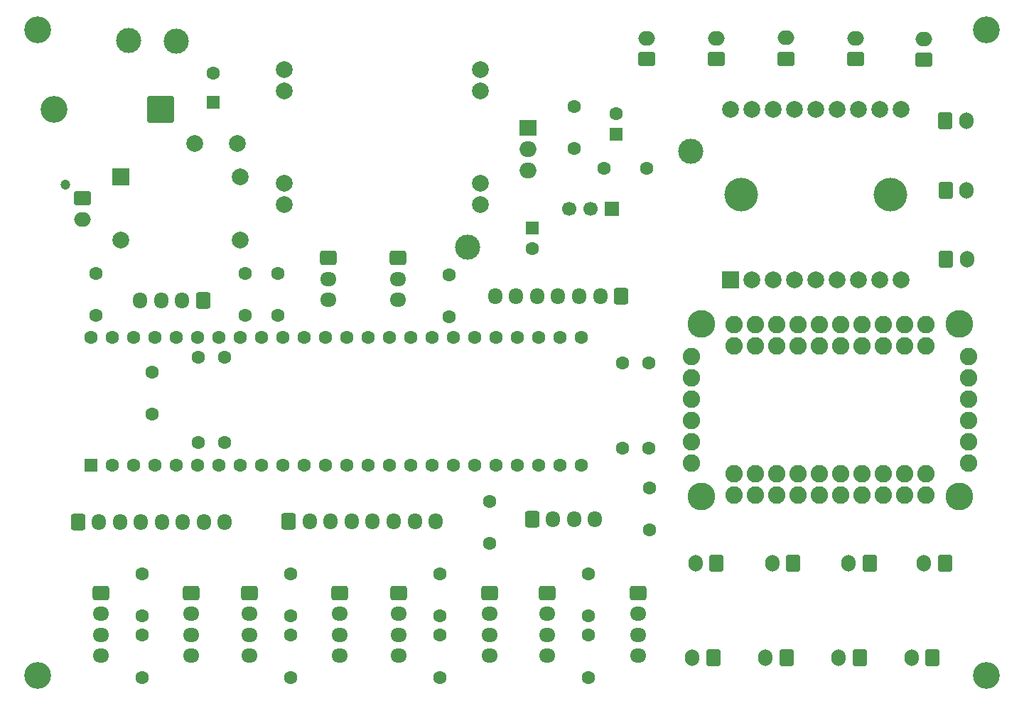
<source format=gbr>
%TF.GenerationSoftware,KiCad,Pcbnew,9.0.6*%
%TF.CreationDate,2026-01-04T18:25:18-08:00*%
%TF.ProjectId,2025_Animation_Controller,32303235-5f41-46e6-996d-6174696f6e5f,rev?*%
%TF.SameCoordinates,Original*%
%TF.FileFunction,Soldermask,Top*%
%TF.FilePolarity,Negative*%
%FSLAX46Y46*%
G04 Gerber Fmt 4.6, Leading zero omitted, Abs format (unit mm)*
G04 Created by KiCad (PCBNEW 9.0.6) date 2026-01-04 18:25:18*
%MOMM*%
%LPD*%
G01*
G04 APERTURE LIST*
G04 Aperture macros list*
%AMRoundRect*
0 Rectangle with rounded corners*
0 $1 Rounding radius*
0 $2 $3 $4 $5 $6 $7 $8 $9 X,Y pos of 4 corners*
0 Add a 4 corners polygon primitive as box body*
4,1,4,$2,$3,$4,$5,$6,$7,$8,$9,$2,$3,0*
0 Add four circle primitives for the rounded corners*
1,1,$1+$1,$2,$3*
1,1,$1+$1,$4,$5*
1,1,$1+$1,$6,$7*
1,1,$1+$1,$8,$9*
0 Add four rect primitives between the rounded corners*
20,1,$1+$1,$2,$3,$4,$5,0*
20,1,$1+$1,$4,$5,$6,$7,0*
20,1,$1+$1,$6,$7,$8,$9,0*
20,1,$1+$1,$8,$9,$2,$3,0*%
G04 Aperture macros list end*
%ADD10C,4.000000*%
%ADD11R,2.000000X2.000000*%
%ADD12C,2.000000*%
%ADD13C,3.000000*%
%ADD14RoundRect,0.250000X0.750000X-0.600000X0.750000X0.600000X-0.750000X0.600000X-0.750000X-0.600000X0*%
%ADD15O,2.000000X1.700000*%
%ADD16RoundRect,0.250000X0.600000X0.750000X-0.600000X0.750000X-0.600000X-0.750000X0.600000X-0.750000X0*%
%ADD17O,1.700000X2.000000*%
%ADD18RoundRect,0.250000X-0.725000X0.600000X-0.725000X-0.600000X0.725000X-0.600000X0.725000X0.600000X0*%
%ADD19O,1.950000X1.700000*%
%ADD20C,3.200000*%
%ADD21RoundRect,0.250000X0.550000X-0.550000X0.550000X0.550000X-0.550000X0.550000X-0.550000X-0.550000X0*%
%ADD22C,1.600000*%
%ADD23RoundRect,0.250000X0.600000X0.725000X-0.600000X0.725000X-0.600000X-0.725000X0.600000X-0.725000X0*%
%ADD24O,1.700000X1.950000*%
%ADD25R,2.000000X1.905000*%
%ADD26O,2.000000X1.905000*%
%ADD27RoundRect,0.250000X-0.600000X-0.750000X0.600000X-0.750000X0.600000X0.750000X-0.600000X0.750000X0*%
%ADD28RoundRect,0.250000X-0.550000X0.550000X-0.550000X-0.550000X0.550000X-0.550000X0.550000X0.550000X0*%
%ADD29C,1.200000*%
%ADD30RoundRect,0.250000X-0.750000X0.600000X-0.750000X-0.600000X0.750000X-0.600000X0.750000X0.600000X0*%
%ADD31RoundRect,0.250000X-0.600000X-0.725000X0.600000X-0.725000X0.600000X0.725000X-0.600000X0.725000X0*%
%ADD32R,1.600000X1.600000*%
%ADD33RoundRect,0.250000X1.350000X1.350000X-1.350000X1.350000X-1.350000X-1.350000X1.350000X-1.350000X0*%
%ADD34R,1.700000X1.700000*%
%ADD35C,1.700000*%
%ADD36C,3.302000*%
%ADD37C,2.082800*%
G04 APERTURE END LIST*
D10*
%TO.C,U1*%
X180720000Y-61600000D03*
X198500000Y-61600000D03*
D11*
X179450000Y-71760000D03*
D12*
X181990000Y-71760000D03*
X184530000Y-71760000D03*
X187070000Y-71760000D03*
X189610000Y-71760000D03*
X192150000Y-71760000D03*
X194690000Y-71760000D03*
X197230000Y-71760000D03*
X199770000Y-71760000D03*
X199770000Y-51440000D03*
X197230000Y-51440000D03*
X194690000Y-51440000D03*
X192150000Y-51440000D03*
X189610000Y-51440000D03*
X187070000Y-51440000D03*
X184530000Y-51440000D03*
X181990000Y-51440000D03*
X179450000Y-51440000D03*
%TD*%
%TO.C,U3*%
X126300000Y-46700000D03*
X126300000Y-49240000D03*
X126300000Y-60232000D03*
X126300000Y-62772000D03*
X149668000Y-62772000D03*
X149668000Y-60232000D03*
X149668000Y-49240000D03*
X149668000Y-46700000D03*
%TD*%
D13*
%TO.C,TP4*%
X174700000Y-56400000D03*
%TD*%
D14*
%TO.C,J5*%
X194375000Y-45400000D03*
D15*
X194375000Y-42900000D03*
%TD*%
D16*
%TO.C,J15*%
X194800000Y-116800000D03*
D17*
X192300000Y-116800000D03*
%TD*%
D18*
%TO.C,J28*%
X157600000Y-109050000D03*
D19*
X157600000Y-111550000D03*
X157600000Y-114050000D03*
X157600000Y-116550000D03*
%TD*%
D20*
%TO.C,H2*%
X209900000Y-41920000D03*
%TD*%
D21*
%TO.C,C16*%
X165800000Y-54396369D03*
D22*
X165800000Y-51896369D03*
%TD*%
%TO.C,C7*%
X109300000Y-114100000D03*
X109300000Y-119100000D03*
%TD*%
D14*
%TO.C,J3*%
X177775000Y-45400000D03*
D15*
X177775000Y-42900000D03*
%TD*%
D23*
%TO.C,J21*%
X166400000Y-73700000D03*
D24*
X163900000Y-73700000D03*
X161400000Y-73700000D03*
X158900000Y-73700000D03*
X156400000Y-73700000D03*
X153900000Y-73700000D03*
X151400000Y-73700000D03*
%TD*%
D11*
%TO.C,D3*%
X106792500Y-59450000D03*
D12*
X106792500Y-66950000D03*
X121042500Y-66950000D03*
X121042500Y-59450000D03*
%TD*%
D16*
%TO.C,J10*%
X177750000Y-105500000D03*
D17*
X175250000Y-105500000D03*
%TD*%
D18*
%TO.C,J20*%
X139800000Y-69100000D03*
D19*
X139800000Y-71600000D03*
X139800000Y-74100000D03*
%TD*%
D16*
%TO.C,J16*%
X205000000Y-105500000D03*
D17*
X202500000Y-105500000D03*
%TD*%
D14*
%TO.C,J2*%
X169475000Y-45400000D03*
D15*
X169475000Y-42900000D03*
%TD*%
D22*
%TO.C,C18*%
X160800000Y-56100000D03*
X160800000Y-51100000D03*
%TD*%
D18*
%TO.C,J24*%
X122100000Y-109050000D03*
D19*
X122100000Y-111550000D03*
X122100000Y-114050000D03*
X122100000Y-116550000D03*
%TD*%
D25*
%TO.C,U4*%
X155300000Y-53600000D03*
D26*
X155300000Y-56140000D03*
X155300000Y-58680000D03*
%TD*%
D22*
%TO.C,C2*%
X125500000Y-76000000D03*
X125500000Y-71000000D03*
%TD*%
%TO.C,C19*%
X150725000Y-98100000D03*
X150725000Y-103100000D03*
%TD*%
D27*
%TO.C,J8*%
X205050000Y-61075000D03*
D17*
X207550000Y-61075000D03*
%TD*%
D22*
%TO.C,C1*%
X121600000Y-76000000D03*
X121600000Y-71000000D03*
%TD*%
%TO.C,C6*%
X109300000Y-111800000D03*
X109300000Y-106800000D03*
%TD*%
D14*
%TO.C,J4*%
X186075000Y-45375000D03*
D15*
X186075000Y-42875000D03*
%TD*%
D22*
%TO.C,C4*%
X169800000Y-96500000D03*
X169800000Y-101500000D03*
%TD*%
D28*
%TO.C,C17*%
X155800000Y-65503631D03*
D22*
X155800000Y-68003631D03*
%TD*%
D13*
%TO.C,TP2*%
X113400000Y-43300000D03*
%TD*%
D29*
%TO.C,J30*%
X100200000Y-60400000D03*
D30*
X102200000Y-62000000D03*
D15*
X102200000Y-64500000D03*
%TD*%
D31*
%TO.C,J31*%
X101675000Y-100575000D03*
D24*
X104175000Y-100575000D03*
X106675000Y-100575000D03*
X109175000Y-100575000D03*
X111675000Y-100575000D03*
X114175000Y-100575000D03*
X116675000Y-100575000D03*
X119175000Y-100575000D03*
%TD*%
D31*
%TO.C,J32*%
X126800000Y-100500000D03*
D24*
X129300000Y-100500000D03*
X131800000Y-100500000D03*
X134300000Y-100500000D03*
X136800000Y-100500000D03*
X139300000Y-100500000D03*
X141800000Y-100500000D03*
X144300000Y-100500000D03*
%TD*%
D18*
%TO.C,J19*%
X131500000Y-69100000D03*
D19*
X131500000Y-71600000D03*
X131500000Y-74100000D03*
%TD*%
D18*
%TO.C,J22*%
X104400000Y-109050000D03*
D19*
X104400000Y-111550000D03*
X104400000Y-114050000D03*
X104400000Y-116550000D03*
%TD*%
D32*
%TO.C,U2*%
X103205000Y-93800000D03*
D22*
X105745000Y-93800000D03*
X108285000Y-93800000D03*
X110825000Y-93800000D03*
X113365000Y-93800000D03*
X115905000Y-93800000D03*
X118445000Y-93800000D03*
X120985000Y-93800000D03*
X123525000Y-93800000D03*
X126065000Y-93800000D03*
X128605000Y-93800000D03*
X131145000Y-93800000D03*
X133685000Y-93800000D03*
X136225000Y-93800000D03*
X138765000Y-93800000D03*
X141305000Y-93800000D03*
X143845000Y-93800000D03*
X146385000Y-93800000D03*
X148925000Y-93800000D03*
X151465000Y-93800000D03*
X154005000Y-93800000D03*
X156545000Y-93800000D03*
X159085000Y-93800000D03*
X161625000Y-93800000D03*
X161625000Y-78560000D03*
X159085000Y-78560000D03*
X156545000Y-78560000D03*
X154005000Y-78560000D03*
X151465000Y-78560000D03*
X148925000Y-78560000D03*
X146385000Y-78560000D03*
X143845000Y-78560000D03*
X141305000Y-78560000D03*
X138765000Y-78560000D03*
X136225000Y-78560000D03*
X133685000Y-78560000D03*
X131145000Y-78560000D03*
X128605000Y-78560000D03*
X126065000Y-78560000D03*
X123525000Y-78560000D03*
X120985000Y-78560000D03*
X118445000Y-78560000D03*
X115905000Y-78560000D03*
X113365000Y-78560000D03*
X110825000Y-78560000D03*
X108285000Y-78560000D03*
X105745000Y-78560000D03*
X103205000Y-78560000D03*
%TD*%
D16*
%TO.C,J13*%
X186100000Y-116800000D03*
D17*
X183600000Y-116800000D03*
%TD*%
D22*
%TO.C,C11*%
X144800000Y-114100000D03*
X144800000Y-119100000D03*
%TD*%
D33*
%TO.C,D2*%
X111500000Y-51400000D03*
D20*
X98800000Y-51400000D03*
%TD*%
D22*
%TO.C,C14*%
X103800000Y-76000000D03*
X103800000Y-71000000D03*
%TD*%
D23*
%TO.C,J18*%
X116600000Y-74200000D03*
D24*
X114100000Y-74200000D03*
X111600000Y-74200000D03*
X109100000Y-74200000D03*
%TD*%
D31*
%TO.C,J1*%
X155795000Y-100250000D03*
D24*
X158295000Y-100250000D03*
X160795000Y-100250000D03*
X163295000Y-100250000D03*
%TD*%
D21*
%TO.C,C20*%
X117800000Y-50552651D03*
D22*
X117800000Y-47052651D03*
%TD*%
D34*
%TO.C,JP1*%
X165280000Y-63300000D03*
D35*
X162740000Y-63300000D03*
X160200000Y-63300000D03*
%TD*%
D18*
%TO.C,J26*%
X139900000Y-109050000D03*
D19*
X139900000Y-111550000D03*
X139900000Y-114050000D03*
X139900000Y-116550000D03*
%TD*%
D18*
%TO.C,J29*%
X168400000Y-109050000D03*
D19*
X168400000Y-111550000D03*
X168400000Y-114050000D03*
X168400000Y-116550000D03*
%TD*%
D18*
%TO.C,J25*%
X132900000Y-109050000D03*
D19*
X132900000Y-111550000D03*
X132900000Y-114050000D03*
X132900000Y-116550000D03*
%TD*%
D22*
%TO.C,C12*%
X162500000Y-111800000D03*
X162500000Y-106800000D03*
%TD*%
D18*
%TO.C,J23*%
X115200000Y-109050000D03*
D19*
X115200000Y-111550000D03*
X115200000Y-114050000D03*
X115200000Y-116550000D03*
%TD*%
D22*
%TO.C,C8*%
X127000000Y-111800000D03*
X127000000Y-106800000D03*
%TD*%
%TO.C,C13*%
X162500000Y-114100000D03*
X162500000Y-119100000D03*
%TD*%
D16*
%TO.C,J11*%
X177400000Y-116800000D03*
D17*
X174900000Y-116800000D03*
%TD*%
D13*
%TO.C,TP1*%
X107700000Y-43200000D03*
%TD*%
%TO.C,TP3*%
X148100000Y-67800000D03*
%TD*%
D20*
%TO.C,H4*%
X96900000Y-118920000D03*
%TD*%
%TO.C,H1*%
X96900000Y-41920000D03*
%TD*%
%TO.C,H3*%
X209900000Y-118920000D03*
%TD*%
D16*
%TO.C,J12*%
X186900000Y-105500000D03*
D17*
X184400000Y-105500000D03*
%TD*%
D27*
%TO.C,J7*%
X205100000Y-69300000D03*
D17*
X207600000Y-69300000D03*
%TD*%
D36*
%TO.C,U5*%
X175943000Y-97507000D03*
X206677000Y-97507000D03*
X175943000Y-76933000D03*
X206677000Y-76933000D03*
D37*
X174800000Y-93570000D03*
X174800000Y-91030000D03*
X174800000Y-88490000D03*
X174800000Y-85950000D03*
X174800000Y-83410000D03*
X174800000Y-80870000D03*
X207820000Y-93570000D03*
X207820000Y-91030000D03*
X207820000Y-88490000D03*
X207820000Y-85950000D03*
X207820000Y-83410000D03*
X207820000Y-80870000D03*
X179880000Y-94840000D03*
X182420000Y-94840000D03*
X184960000Y-94840000D03*
X187500000Y-94840000D03*
X190040000Y-94840000D03*
X192580000Y-94840000D03*
X195120000Y-94840000D03*
X197660000Y-94840000D03*
X200200000Y-94840000D03*
X202740000Y-94840000D03*
X202740000Y-79600000D03*
X200200000Y-79600000D03*
X197660000Y-79600000D03*
X195120000Y-79600000D03*
X192580000Y-79600000D03*
X190040000Y-79600000D03*
X187500000Y-79600000D03*
X184960000Y-79600000D03*
X182420000Y-79600000D03*
X179880000Y-79600000D03*
X179880000Y-77060000D03*
X182420000Y-77060000D03*
X184960000Y-77060000D03*
X187500000Y-77060000D03*
X190040000Y-77060000D03*
X192580000Y-77060000D03*
X195120000Y-77060000D03*
X197660000Y-77060000D03*
X200200000Y-77060000D03*
X202740000Y-77060000D03*
X202740000Y-97380000D03*
X200200000Y-97380000D03*
X197660000Y-97380000D03*
X195120000Y-97380000D03*
X192580000Y-97380000D03*
X190040000Y-97380000D03*
X187500000Y-97380000D03*
X184960000Y-97380000D03*
X182420000Y-97380000D03*
X179880000Y-97380000D03*
%TD*%
D22*
%TO.C,C9*%
X127000000Y-114100000D03*
X127000000Y-119100000D03*
%TD*%
D16*
%TO.C,J17*%
X203500000Y-116800000D03*
D17*
X201000000Y-116800000D03*
%TD*%
D22*
%TO.C,C10*%
X144800000Y-111800000D03*
X144800000Y-106800000D03*
%TD*%
D16*
%TO.C,J14*%
X196000000Y-105500000D03*
D17*
X193500000Y-105500000D03*
%TD*%
D27*
%TO.C,J9*%
X205000000Y-52800000D03*
D17*
X207500000Y-52800000D03*
%TD*%
D14*
%TO.C,J6*%
X202475000Y-45500000D03*
D15*
X202475000Y-43000000D03*
%TD*%
D18*
%TO.C,J27*%
X150700000Y-109050000D03*
D19*
X150700000Y-111550000D03*
X150700000Y-114050000D03*
X150700000Y-116550000D03*
%TD*%
D22*
%TO.C,C5*%
X164400000Y-58400000D03*
X169400000Y-58400000D03*
%TD*%
%TO.C,C3*%
X145900000Y-76100000D03*
X145900000Y-71100000D03*
%TD*%
D12*
%TO.C,F1*%
X115560000Y-55500000D03*
X120640000Y-55510000D03*
%TD*%
D22*
%TO.C,R2*%
X169700000Y-81620000D03*
X169700000Y-91780000D03*
%TD*%
%TO.C,C15*%
X110500000Y-82700000D03*
X110500000Y-87700000D03*
%TD*%
%TO.C,R3*%
X116000000Y-80940000D03*
X116000000Y-91100000D03*
%TD*%
%TO.C,R4*%
X119165000Y-80940000D03*
X119165000Y-91100000D03*
%TD*%
%TO.C,R1*%
X166600000Y-91780000D03*
X166600000Y-81620000D03*
%TD*%
M02*

</source>
